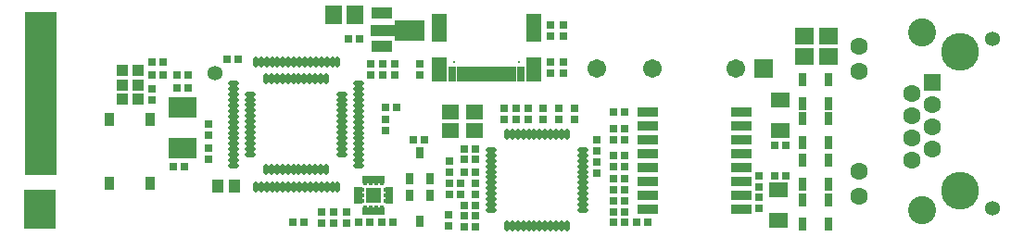
<source format=gts>
G04*
G04 #@! TF.GenerationSoftware,Altium Limited,Altium Designer,18.1.7 (191)*
G04*
G04 Layer_Color=8388736*
%FSLAX44Y44*%
%MOMM*%
G71*
G01*
G75*
%ADD42R,2.8750X3.6750*%
%ADD43R,2.8750X14.9250*%
%ADD44R,0.8032X0.8032*%
%ADD45R,0.8032X0.8032*%
%ADD46R,1.7032X1.5032*%
%ADD47R,1.6032X1.4032*%
%ADD48R,2.6032X1.9032*%
G04:AMPARAMS|DCode=49|XSize=0.5032mm|YSize=1.0032mm|CornerRadius=0.1766mm|HoleSize=0mm|Usage=FLASHONLY|Rotation=270.000|XOffset=0mm|YOffset=0mm|HoleType=Round|Shape=RoundedRectangle|*
%AMROUNDEDRECTD49*
21,1,0.5032,0.6500,0,0,270.0*
21,1,0.1500,1.0032,0,0,270.0*
1,1,0.3532,-0.3250,-0.0750*
1,1,0.3532,-0.3250,0.0750*
1,1,0.3532,0.3250,0.0750*
1,1,0.3532,0.3250,-0.0750*
%
%ADD49ROUNDEDRECTD49*%
G04:AMPARAMS|DCode=50|XSize=0.5032mm|YSize=1.0032mm|CornerRadius=0.1766mm|HoleSize=0mm|Usage=FLASHONLY|Rotation=0.000|XOffset=0mm|YOffset=0mm|HoleType=Round|Shape=RoundedRectangle|*
%AMROUNDEDRECTD50*
21,1,0.5032,0.6500,0,0,0.0*
21,1,0.1500,1.0032,0,0,0.0*
1,1,0.3532,0.0750,-0.3250*
1,1,0.3532,-0.0750,-0.3250*
1,1,0.3532,-0.0750,0.3250*
1,1,0.3532,0.0750,0.3250*
%
%ADD50ROUNDEDRECTD50*%
%ADD51R,0.4832X0.4832*%
%ADD52O,0.4832X0.8632*%
%ADD53O,0.8632X0.4832*%
%ADD54R,1.4532X1.4532*%
%ADD55R,1.9032X1.1032*%
%ADD56R,2.7032X1.1032*%
%ADD57R,2.8032X1.9032*%
%ADD58R,1.8732X0.9632*%
%ADD59R,0.9032X1.3032*%
%ADD60R,1.0032X1.0032*%
%ADD61R,0.7532X1.0032*%
%ADD62R,1.1332X1.1832*%
%ADD63R,0.8032X1.3532*%
%ADD64R,0.5032X1.3532*%
%ADD65R,2.4532X0.5532*%
%ADD66R,0.6532X1.2032*%
%ADD67R,1.7032X1.4032*%
%ADD68R,1.5032X1.7032*%
%ADD69C,1.3552*%
%ADD70C,1.7112*%
%ADD71R,1.7112X1.7112*%
%ADD72C,1.6012*%
%ADD73C,2.5582*%
%ADD74C,3.4532*%
%ADD75R,1.6012X1.6012*%
%ADD76R,1.4032X2.2032*%
%ADD77R,1.4032X2.5032*%
%ADD78C,0.2032*%
D42*
X180125Y314125D02*
D03*
D43*
X180375Y419625D02*
D03*
D44*
X553000Y309080D02*
D03*
Y298920D02*
D03*
X496000Y396080D02*
D03*
Y385920D02*
D03*
X658000Y472920D02*
D03*
Y483080D02*
D03*
X646000Y472920D02*
D03*
Y483080D02*
D03*
X658000Y449080D02*
D03*
Y438920D02*
D03*
X646000Y449080D02*
D03*
Y438920D02*
D03*
X837000Y345080D02*
D03*
Y334920D02*
D03*
Y314920D02*
D03*
Y325080D02*
D03*
X578000Y327920D02*
D03*
Y338080D02*
D03*
X689000Y367920D02*
D03*
Y378080D02*
D03*
X527000Y436920D02*
D03*
Y447080D02*
D03*
X460000Y301920D02*
D03*
Y312080D02*
D03*
X334000Y381920D02*
D03*
Y392080D02*
D03*
X493000Y447080D02*
D03*
Y436920D02*
D03*
X282000Y413920D02*
D03*
Y424080D02*
D03*
X504000Y447080D02*
D03*
Y436920D02*
D03*
X554000Y347920D02*
D03*
Y358080D02*
D03*
X604000Y395920D02*
D03*
Y406080D02*
D03*
X615000Y395920D02*
D03*
Y406080D02*
D03*
X626000D02*
D03*
Y395920D02*
D03*
X640000D02*
D03*
Y406080D02*
D03*
X654000Y395920D02*
D03*
Y406080D02*
D03*
X668000Y396000D02*
D03*
Y406160D02*
D03*
X689000Y346920D02*
D03*
Y357080D02*
D03*
X437000Y312000D02*
D03*
Y301840D02*
D03*
X482000Y436920D02*
D03*
Y447080D02*
D03*
X334000Y359920D02*
D03*
Y370080D02*
D03*
X448000Y312080D02*
D03*
Y301920D02*
D03*
D45*
X578080Y308000D02*
D03*
X567920D02*
D03*
X850920Y345000D02*
D03*
X861080D02*
D03*
X850920Y373000D02*
D03*
X861080D02*
D03*
X703920Y322000D02*
D03*
X714080D02*
D03*
X703920Y332000D02*
D03*
X714080D02*
D03*
X724920Y302000D02*
D03*
X735080D02*
D03*
X703920Y302000D02*
D03*
X714080D02*
D03*
X703920Y378000D02*
D03*
X714080D02*
D03*
X703920Y403000D02*
D03*
X714080D02*
D03*
X703920Y363000D02*
D03*
X714080D02*
D03*
X578080Y298000D02*
D03*
X567920D02*
D03*
X578080Y318000D02*
D03*
X567920D02*
D03*
Y369000D02*
D03*
X578080D02*
D03*
X567920Y360000D02*
D03*
X578080D02*
D03*
X531080Y378000D02*
D03*
X520920D02*
D03*
X421080Y302000D02*
D03*
X410920D02*
D03*
X281920Y449000D02*
D03*
X292080D02*
D03*
X281920Y437000D02*
D03*
X292080D02*
D03*
X495920Y407000D02*
D03*
X506080D02*
D03*
X703920Y353000D02*
D03*
X714080D02*
D03*
X714080Y312000D02*
D03*
X703920D02*
D03*
X714080Y342000D02*
D03*
X703920D02*
D03*
X714080Y388000D02*
D03*
X703920D02*
D03*
X564080Y328000D02*
D03*
X553920D02*
D03*
X564080Y338000D02*
D03*
X553920D02*
D03*
X578080Y348000D02*
D03*
X567920D02*
D03*
X502080Y302000D02*
D03*
X491920D02*
D03*
X315080Y437000D02*
D03*
X304920D02*
D03*
X312080Y353000D02*
D03*
X301920D02*
D03*
X315080Y425000D02*
D03*
X304920D02*
D03*
X470920Y302000D02*
D03*
X481080D02*
D03*
X361080Y451000D02*
D03*
X350920D02*
D03*
X472080Y470000D02*
D03*
X461920D02*
D03*
D46*
X900000Y453500D02*
D03*
Y472500D02*
D03*
X878000Y453500D02*
D03*
Y472500D02*
D03*
D47*
X577000Y386000D02*
D03*
Y403000D02*
D03*
X555000D02*
D03*
Y386000D02*
D03*
D48*
X310600Y407500D02*
D03*
Y370500D02*
D03*
D49*
X675750Y313500D02*
D03*
X675750Y318500D02*
D03*
X675750Y323500D02*
D03*
X675750Y328500D02*
D03*
Y333500D02*
D03*
Y338500D02*
D03*
Y343500D02*
D03*
Y348500D02*
D03*
X675750Y353500D02*
D03*
X675750Y358500D02*
D03*
Y363500D02*
D03*
Y368500D02*
D03*
X592250Y313500D02*
D03*
Y318500D02*
D03*
Y323500D02*
D03*
Y328500D02*
D03*
Y333500D02*
D03*
Y338500D02*
D03*
Y343500D02*
D03*
Y348500D02*
D03*
Y353500D02*
D03*
Y358500D02*
D03*
Y363500D02*
D03*
Y368500D02*
D03*
X372250Y419500D02*
D03*
X372250Y414500D02*
D03*
X372250Y409500D02*
D03*
X372250Y404500D02*
D03*
Y399500D02*
D03*
Y394500D02*
D03*
Y389500D02*
D03*
Y384500D02*
D03*
X372250Y379500D02*
D03*
X372250Y374500D02*
D03*
Y369500D02*
D03*
Y364500D02*
D03*
X455750Y419500D02*
D03*
Y414500D02*
D03*
Y409500D02*
D03*
Y404500D02*
D03*
Y399500D02*
D03*
Y394500D02*
D03*
Y389500D02*
D03*
Y384500D02*
D03*
Y379500D02*
D03*
Y374500D02*
D03*
Y369500D02*
D03*
Y364500D02*
D03*
X471500Y354000D02*
D03*
Y359000D02*
D03*
Y364000D02*
D03*
Y369000D02*
D03*
Y374000D02*
D03*
Y379000D02*
D03*
Y384000D02*
D03*
Y389000D02*
D03*
Y394000D02*
D03*
Y399000D02*
D03*
Y404000D02*
D03*
Y409000D02*
D03*
Y414000D02*
D03*
Y419000D02*
D03*
Y424000D02*
D03*
Y429000D02*
D03*
X357080Y354000D02*
D03*
Y359000D02*
D03*
Y364000D02*
D03*
Y369000D02*
D03*
Y374000D02*
D03*
Y379000D02*
D03*
Y384000D02*
D03*
Y389000D02*
D03*
Y394000D02*
D03*
Y399000D02*
D03*
Y404000D02*
D03*
Y409000D02*
D03*
Y414000D02*
D03*
Y419000D02*
D03*
Y424000D02*
D03*
Y429000D02*
D03*
D50*
X661500Y382750D02*
D03*
X656500D02*
D03*
X651500D02*
D03*
X646500D02*
D03*
X641500D02*
D03*
X636500D02*
D03*
X631500D02*
D03*
X626500D02*
D03*
X621500D02*
D03*
X616500D02*
D03*
X611500D02*
D03*
X606500D02*
D03*
X661500Y299250D02*
D03*
X656500D02*
D03*
X651500D02*
D03*
X646500D02*
D03*
X641500D02*
D03*
X636500D02*
D03*
X631500D02*
D03*
X626500D02*
D03*
X621500D02*
D03*
X616500D02*
D03*
X611500D02*
D03*
X606500D02*
D03*
X386500Y350250D02*
D03*
X391500D02*
D03*
X396500D02*
D03*
X401500D02*
D03*
X406500D02*
D03*
X411500D02*
D03*
X416500D02*
D03*
X421500D02*
D03*
X426500D02*
D03*
X431500D02*
D03*
X436500D02*
D03*
X441500D02*
D03*
X386500Y433750D02*
D03*
X391500D02*
D03*
X396500D02*
D03*
X401500D02*
D03*
X406500D02*
D03*
X411500D02*
D03*
X416500D02*
D03*
X421500D02*
D03*
X426500D02*
D03*
X431500D02*
D03*
X436500D02*
D03*
X441500D02*
D03*
X452000Y448500D02*
D03*
X447000D02*
D03*
X442000D02*
D03*
X437000D02*
D03*
X432000D02*
D03*
X427000D02*
D03*
X422000D02*
D03*
X417000D02*
D03*
X412000D02*
D03*
X407000D02*
D03*
X402000D02*
D03*
X397000D02*
D03*
X392000D02*
D03*
X387000D02*
D03*
X382000D02*
D03*
X377000D02*
D03*
X452000Y334500D02*
D03*
X447000D02*
D03*
X442000D02*
D03*
X437000D02*
D03*
X432000D02*
D03*
X427000D02*
D03*
X422000D02*
D03*
X417000D02*
D03*
X412000D02*
D03*
X407000D02*
D03*
X402000D02*
D03*
X397000D02*
D03*
X392000D02*
D03*
X387000D02*
D03*
X382000D02*
D03*
X377000D02*
D03*
D51*
X492350Y311810D02*
D03*
X487350D02*
D03*
X482350D02*
D03*
X477350D02*
D03*
X469700Y321746D02*
D03*
Y326746D02*
D03*
Y331746D02*
D03*
X477350Y342110D02*
D03*
X482350D02*
D03*
X487350D02*
D03*
X492350D02*
D03*
X500000Y332000D02*
D03*
Y327000D02*
D03*
Y322000D02*
D03*
D52*
X492350Y313710D02*
D03*
X487350D02*
D03*
X482350D02*
D03*
X477350D02*
D03*
Y340210D02*
D03*
X482350D02*
D03*
X487350D02*
D03*
X492350D02*
D03*
D53*
X471600Y321746D02*
D03*
Y326746D02*
D03*
Y331746D02*
D03*
X498100Y332000D02*
D03*
Y327000D02*
D03*
Y322000D02*
D03*
D54*
X484850Y326960D02*
D03*
D55*
X492000Y494000D02*
D03*
Y463000D02*
D03*
D56*
X496000Y478000D02*
D03*
D57*
X518000D02*
D03*
D58*
X735350Y403450D02*
D03*
Y390750D02*
D03*
Y378050D02*
D03*
Y365350D02*
D03*
Y352650D02*
D03*
Y339950D02*
D03*
Y327250D02*
D03*
Y314550D02*
D03*
X820650D02*
D03*
Y327250D02*
D03*
Y339950D02*
D03*
Y352650D02*
D03*
Y365350D02*
D03*
Y378050D02*
D03*
Y390750D02*
D03*
Y403450D02*
D03*
D59*
X280500Y337500D02*
D03*
Y396500D02*
D03*
X243500D02*
D03*
Y337500D02*
D03*
D60*
X269300Y441000D02*
D03*
X255300D02*
D03*
X269300Y428000D02*
D03*
X255300D02*
D03*
X269300Y415000D02*
D03*
X255300D02*
D03*
D61*
X527000Y365500D02*
D03*
X536500Y342500D02*
D03*
X517500D02*
D03*
X527000Y303500D02*
D03*
X517500Y326500D02*
D03*
X536500D02*
D03*
D62*
X342300Y335000D02*
D03*
X357700D02*
D03*
D63*
X619000Y438030D02*
D03*
X611500D02*
D03*
X564500Y438000D02*
D03*
X557000Y438030D02*
D03*
D64*
X605500D02*
D03*
X600500D02*
D03*
X595500D02*
D03*
X590500D02*
D03*
X585500Y438000D02*
D03*
X580500Y438030D02*
D03*
X575500D02*
D03*
X570500D02*
D03*
D65*
X181000Y457500D02*
D03*
Y452500D02*
D03*
Y447500D02*
D03*
Y442500D02*
D03*
Y302500D02*
D03*
Y307500D02*
D03*
Y312500D02*
D03*
Y317500D02*
D03*
Y322500D02*
D03*
Y327500D02*
D03*
Y352500D02*
D03*
Y357500D02*
D03*
Y362500D02*
D03*
Y367500D02*
D03*
Y372500D02*
D03*
Y377500D02*
D03*
Y382500D02*
D03*
Y387500D02*
D03*
Y392500D02*
D03*
Y397500D02*
D03*
Y402500D02*
D03*
Y407500D02*
D03*
Y412500D02*
D03*
Y417500D02*
D03*
Y422500D02*
D03*
Y427500D02*
D03*
Y432500D02*
D03*
Y437500D02*
D03*
Y462500D02*
D03*
Y487500D02*
D03*
Y482500D02*
D03*
Y477500D02*
D03*
Y472500D02*
D03*
Y467500D02*
D03*
D66*
X900000Y359000D02*
D03*
Y337000D02*
D03*
X877000Y359000D02*
D03*
Y337000D02*
D03*
X900000Y323000D02*
D03*
Y301000D02*
D03*
X877000Y323000D02*
D03*
Y301000D02*
D03*
X900000Y411000D02*
D03*
Y433000D02*
D03*
X877000Y411000D02*
D03*
Y433000D02*
D03*
X900000Y375000D02*
D03*
Y397000D02*
D03*
X877000Y375000D02*
D03*
Y397000D02*
D03*
D67*
X856000Y413954D02*
D03*
Y386046D02*
D03*
X855000Y304046D02*
D03*
Y331954D02*
D03*
D68*
X448500Y492000D02*
D03*
X467500D02*
D03*
D69*
X1050000Y315000D02*
D03*
X340000Y439000D02*
D03*
X1050000Y470000D02*
D03*
D70*
X688800Y442680D02*
D03*
X739600D02*
D03*
X815800D02*
D03*
D71*
X841200D02*
D03*
D72*
X928700Y440500D02*
D03*
Y463400D02*
D03*
Y349100D02*
D03*
Y326200D02*
D03*
X977000Y359200D02*
D03*
X994800Y369400D02*
D03*
X977000Y379600D02*
D03*
X994800Y389800D02*
D03*
X977000Y400000D02*
D03*
X994800Y410200D02*
D03*
X977000Y420400D02*
D03*
D73*
X985900Y476100D02*
D03*
Y313500D02*
D03*
D74*
X1020200Y458300D02*
D03*
Y331300D02*
D03*
D75*
X994800Y430600D02*
D03*
D76*
X631200Y441830D02*
D03*
X544700D02*
D03*
D77*
X631200Y480430D02*
D03*
X544700D02*
D03*
D78*
X618000Y449000D02*
D03*
X558000D02*
D03*
M02*

</source>
